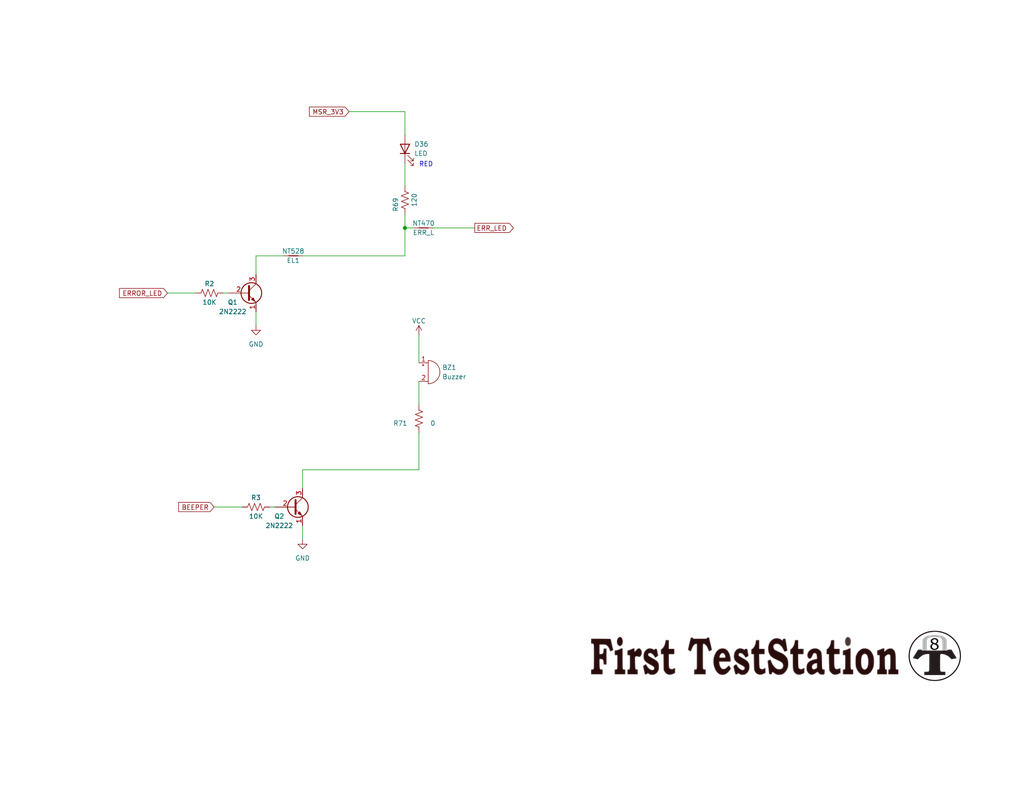
<source format=kicad_sch>
(kicad_sch (version 20211123) (generator eeschema)
  (paper "A")
  (title_block (title "InterconnectIO Board") (date "2022-06-01") (rev "0.1"))
  (lib_symbols
    (symbol "Device:Buzzer" (pin_names (offset 0.0254) hide)
      (property "Reference" "BZ" (at 3.81 1.27 0))
      (property "Value" "Buzzer" (at 3.81 -1.27 0))
      (symbol "Buzzer_0_1"
        (arc (start 0 -3.175) (mid 3.175 0) (end 0 3.175))
        (polyline (pts (xy -1.651 1.905) (xy -1.143 1.905)))
        (polyline (pts (xy -1.397 2.159) (xy -1.397 1.651)))
        (polyline (pts (xy 0 3.175) (xy 0 -3.175)))
      )
      (symbol "Buzzer_1_1"
        (pin passive line (at -2.54 2.54 0) (length 2.54) (name "-") (number "1"))
        (pin passive line (at -2.54 -2.54 0) (length 2.54) (name "+") (number "2"))
      )
    )
    (symbol "Device:LED" (pin_numbers hide) (pin_names (offset 1.016) hide)
      (property "Reference" "D" (at 0 2.54 0))
      (property "Value" "LED" (at 0 -2.54 0))
      (symbol "LED_0_1"
        (polyline (pts (xy -1.27 -1.27) (xy -1.27 1.27)) (stroke (width 0.254)))
        (polyline (pts (xy -1.27 0) (xy 1.27 0)))
        (polyline (pts (xy 1.27 -1.27) (xy 1.27 1.27) (xy -1.27 0) (xy 1.27 -1.27)) (stroke (width 0.254)))
        (polyline (pts (xy -3.048 -0.762) (xy -4.572 -2.286) (xy -3.81 -2.286) (xy -4.572 -2.286) (xy -4.572 -1.524)))
        (polyline (pts (xy -1.778 -0.762) (xy -3.302 -2.286) (xy -2.54 -2.286) (xy -3.302 -2.286) (xy -3.302 -1.524)))
      )
      (symbol "LED_1_1"
        (pin passive line (at -3.81 0 0) (length 2.54) (name "K") (number "1"))
        (pin passive line (at 3.81 0 180) (length 2.54) (name "A") (number "2"))
      )
    )
    (symbol "Device:NetTie_2" (pin_numbers hide) (pin_names (offset 0) hide)
      (property "Reference" "NT" (at 0 1.27 0))
      (property "Value" "NetTie_2" (at 0 -1.27 0))
      (symbol "NetTie_2_0_1"
        (polyline (pts (xy -1.27 0) (xy 1.27 0)) (stroke (width 0.254)))
      )
      (symbol "NetTie_2_1_1"
        (pin passive line (at -2.54 0 0) (length 2.54) (name "1") (number "1"))
        (pin passive line (at 2.54 0 180) (length 2.54) (name "2") (number "2"))
      )
    )
    (symbol "Device:R_US" (pin_numbers hide) (pin_names (offset 0))
      (property "Reference" "R" (at 2.54 0 90))
      (property "Value" "R_US" (at -2.54 0 90))
      (symbol "R_US_0_1"
        (polyline (pts (xy 0 -2.286) (xy 0 -2.54)))
        (polyline (pts (xy 0 2.286) (xy 0 2.54)))
        (polyline (pts (xy 0 -0.762) (xy 1.016 -1.143) (xy 0 -1.524) (xy -1.016 -1.905) (xy 0 -2.286)))
        (polyline (pts (xy 0 0.762) (xy 1.016 0.381) (xy 0 0) (xy -1.016 -0.381) (xy 0 -0.762)))
        (polyline (pts (xy 0 2.286) (xy 1.016 1.905) (xy 0 1.524) (xy -1.016 1.143) (xy 0 0.762)))
      )
      (symbol "R_US_1_1"
        (pin passive line (at 0 3.81 270) (length 1.27) (name "~") (number "1"))
        (pin passive line (at 0 -3.81 90) (length 1.27) (name "~") (number "2"))
      )
    )
    (symbol "Transistor_BJT:2N3904" (pin_names (offset 0) hide)
      (property "Reference" "Q" (at 5.08 1.905 0))
      (property "Value" "2N3904" (at 5.08 0 0))
      (symbol "2N3904_0_1"
        (polyline (pts (xy 0.635 0.635) (xy 2.54 2.54)))
        (polyline (pts (xy 0.635 -0.635) (xy 2.54 -2.54) (xy 2.54 -2.54)))
        (polyline (pts (xy 0.635 1.905) (xy 0.635 -1.905) (xy 0.635 -1.905)) (stroke (width 0.508)))
        (polyline (pts (xy 1.27 -1.778) (xy 1.778 -1.27) (xy 2.286 -2.286) (xy 1.27 -1.778) (xy 1.27 -1.778)) (fill (type outline)))
        (circle (center 1.27 0) (radius 2.8194) (stroke (width 0.254)))
      )
      (symbol "2N3904_1_1"
        (pin passive line (at 2.54 -5.08 90) (length 2.54) (name "E") (number "1"))
        (pin passive line (at -5.08 0 0) (length 5.715) (name "B") (number "2"))
        (pin passive line (at 2.54 5.08 270) (length 2.54) (name "C") (number "3"))
      )
    )
    (symbol "power:GND" (power) (pin_numbers hide) (pin_names (offset 0) hide)
      (property "Value" "GND" (at 0 -3.81 0))
      (symbol "GND_0_1"
        (polyline (pts (xy 0 0) (xy 0 -1.27) (xy 1.27 -1.27) (xy 0 -2.54) (xy -1.27 -1.27) (xy 0 -1.27)))
      )
      (symbol "GND_1_1"
        (pin power_in line (at 0 0 270) (length 0) hide (name "GND") (number "1"))
      )
    )
    (symbol "power:VCC" (power) (pin_numbers hide) (pin_names (offset 0) hide)
      (property "Value" "VCC" (at 0 3.81 0))
      (symbol "VCC_0_1"
        (polyline (pts (xy -0.762 1.27) (xy 0 2.54)))
        (polyline (pts (xy 0 0) (xy 0 2.54)))
        (polyline (pts (xy 0 2.54) (xy 0.762 1.27)))
      )
      (symbol "VCC_1_1"
        (pin power_in line (at 0 0 90) (length 0) hide (name "VCC") (number "1"))
      )
    )
  )
  (junction (at 110.49 62.23))
  (wire (pts (xy 110.49 58.42) (xy 110.49 62.23)))
  (wire (pts (xy 69.85 69.85) (xy 77.47 69.85)))
  (wire (pts (xy 82.55 69.85) (xy 110.49 69.85)))
  (wire (pts (xy 114.3 91.44) (xy 114.3 99.06)))
  (wire (pts (xy 114.3 104.14) (xy 114.3 110.49)))
  (wire (pts (xy 118.11 62.23) (xy 129.54 62.23)))
  (wire (pts (xy 114.3 118.11) (xy 114.3 128.27)))
  (wire (pts (xy 110.49 30.48) (xy 110.49 36.83)))
  (wire (pts (xy 73.66 138.43) (xy 74.93 138.43)))
  (wire (pts (xy 45.72 80.01) (xy 53.34 80.01)))
  (wire (pts (xy 95.25 30.48) (xy 110.49 30.48)))
  (wire (pts (xy 82.55 128.27) (xy 82.55 133.35)))
  (wire (pts (xy 58.42 138.43) (xy 66.04 138.43)))
  (wire (pts (xy 69.85 85.09) (xy 69.85 88.9)))
  (wire (pts (xy 82.55 128.27) (xy 114.3 128.27)))
  (wire (pts (xy 69.85 69.85) (xy 69.85 74.93)))
  (wire (pts (xy 110.49 62.23) (xy 110.49 69.85)))
  (wire (pts (xy 82.55 143.51) (xy 82.55 147.32)))
  (wire (pts (xy 110.49 44.45) (xy 110.49 50.8)))
  (wire (pts (xy 113.03 62.23) (xy 110.49 62.23)))
  (wire (pts (xy 60.96 80.01) (xy 62.23 80.01)))
  (image (at 255.27 179.07))
  (image (at 203.2 179.07) (scale 2.13772))
  (text "RED" (at 114.3 45.72 0) (effects (font (size 1.27 1.27)) (justify left bottom)))
  (global_label "MSR_3V3" (shape input) (at 95.25 30.48 180) (property "Intersheet References" "${INTERSHEET_REFS}" (effects hide)))
  (global_label "BEEPER" (shape input) (at 58.42 138.43 180) (property "Intersheet References" "${INTERSHEET_REFS}" (effects hide)))
  (global_label "ERR_LED" (shape output) (at 129.54 62.23 0) (property "Intersheet References" "${INTERSHEET_REFS}" (effects hide)))
  (global_label "ERROR_LED" (shape input) (at 45.72 80.01 180) (property "Intersheet References" "${INTERSHEET_REFS}" (effects hide)))
  (symbol (lib_id "Device:R_US") (at 110.49 54.61 180) (unit 1)
    (property "Reference" "R69" (at 107.95 55.88 90))
    (property "Value" "120" (at 113.03 54.61 90))
    (property "Footprint" "Resistor_THT:R_Axial_DIN0309_L9.0mm_D3.2mm_P12.70mm_Horizontal" (effects hide))
  )
  (symbol (lib_id "power:GND") (at 69.85 88.9 0) (unit 1)
    (property "Reference" "#PWR0147" (effects hide))
    (property "Value" "GND" (at 69.85 93.98 0))
  )
  (symbol (lib_id "Transistor_BJT:2N3904") (at 80.01 138.43 0) (unit 1)
    (property "Reference" "Q2" (at 76.2 140.97 0))
    (property "Value" "2N2222" (at 76.2 143.51 0))
    (property "Footprint" "Package_TO_SOT_THT:TO-92_Inline" (effects hide))
    (property "Datasheet" "https://www.onsemi.com/pub/Collateral/2N3903-D.PDF" (effects hide))
  )
  (symbol (lib_id "Device:R_US") (at 114.3 114.3 180) (unit 1)
    (property "Reference" "R71" (at 109.22 115.57 0))
    (property "Value" "0" (at 118.11 115.57 0))
    (property "Footprint" "Resistor_THT:R_Axial_DIN0309_L9.0mm_D3.2mm_P12.70mm_Horizontal" (effects hide))
  )
  (symbol (lib_id "Device:R_US") (at 57.15 80.01 270) (unit 1)
    (property "Reference" "R2" (at 57.15 77.47 90))
    (property "Value" "10K" (at 57.15 82.55 90))
    (property "Footprint" "Resistor_THT:R_Axial_DIN0309_L9.0mm_D3.2mm_P12.70mm_Horizontal" (effects hide))
  )
  (symbol (lib_id "Device:LED") (at 110.49 40.64 90) (unit 1)
    (property "Reference" "D36" (at 113.03 39.37 90) (effects (justify right)))
    (property "Value" "LED" (at 113.03 41.91 90) (effects (justify right)))
    (property "Footprint" "LED_THT:LED_D3.0mm_Clear" (effects hide))
  )
  (symbol (lib_id "Device:NetTie_2") (at 80.01 69.85 0) (unit 1)
    (property "Reference" "NT528" (at 80.01 68.58 0))
    (property "Value" "EL1" (at 80.01 71.12 0))
    (property "Footprint" "NetTie:NetTie-2_Front1.0mm" (effects hide))
  )
  (symbol (lib_id "Device:NetTie_2") (at 115.57 62.23 0) (unit 1)
    (property "Reference" "NT470" (at 115.57 60.96 0))
    (property "Value" "ERR_L" (at 115.57 63.5 0))
    (property "Footprint" "NetTie:NetTie-2_Front1.0mm" (effects hide))
  )
  (symbol (lib_id "Device:R_US") (at 69.85 138.43 270) (unit 1)
    (property "Reference" "R3" (at 69.85 135.89 90))
    (property "Value" "10K" (at 69.85 140.97 90))
    (property "Footprint" "Resistor_THT:R_Axial_DIN0309_L9.0mm_D3.2mm_P12.70mm_Horizontal" (effects hide))
  )
  (symbol (lib_id "Transistor_BJT:2N3904") (at 67.31 80.01 0) (unit 1)
    (property "Reference" "Q1" (at 63.5 82.55 0))
    (property "Value" "2N2222" (at 63.5 85.09 0))
    (property "Footprint" "Package_TO_SOT_THT:TO-92_Inline" (effects hide))
    (property "Datasheet" "https://www.onsemi.com/pub/Collateral/2N3903-D.PDF" (effects hide))
  )
  (symbol (lib_id "Device:Buzzer") (at 116.84 101.6 0) (unit 1)
    (property "Reference" "BZ1" (at 120.65 100.3299 0) (effects (justify left)))
    (property "Value" "Buzzer" (at 120.65 102.8699 0) (effects (justify left)))
    (property "Footprint" "Buzzer_Beeper:Buzzer_12x9.5RM7.6" (effects hide))
  )
  (symbol (lib_id "power:GND") (at 82.55 147.32 0) (unit 1)
    (property "Reference" "#PWR0148" (effects hide))
    (property "Value" "GND" (at 82.55 152.4 0))
  )
  (symbol (lib_id "power:VCC") (at 114.3 91.44 0) (unit 1)
    (property "Reference" "#PWR0121" (effects hide))
    (property "Value" "VCC" (at 114.3 87.63 0))
  )
)
</source>
